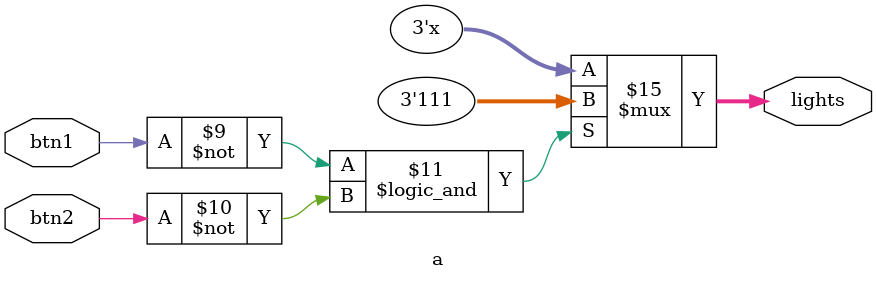
<source format=v>
module a ( 
    input btn1,                     //butonları input ve ledleri output olarak verdim.
    input btn2,    
    output reg [2:0] lights);       //led için 3 bit tutan bir oluşturdum.

    reg [1:0] count = 2'b00;     // count adında, register türünde 2 bit tutan bir sayıcı oluşturdum ve ilk değeri "0".
    initial begin
        lights = 3'b111;         //initial blokları içinde led'in ilk değerini verdim ve başlangıçta yanmayacak.
    end
    
    always @ (btn1 | btn2) begin                //sensitivity listte butonları tetikleyici olarak verdim.
        if((btn1 == 0) && (btn2 == 1))begin     
            count <= count + 1;                 // sadece "A" butonuna basıldığında sayıcının değeri "1" artacak.
        end
        if( (btn2 == 0) && (btn1 == 1)) begin      // sadece "B" butonuna basıldığında sayıcının değerine göre belirtilen renkte led yanacak.
            case (count)
                2'b01: begin
                    lights = 3'b110;
                end
                2'b10: begin
                    lights = 3'b101;
                end
                2'b11: begin
                    lights = 3'b011;
                end
            endcase
        end
        if ((btn1 == 0) && (btn2 == 0)) begin           //eğer iki butona da basılmışsa sayıcı sıfırlanacak ve led sönecek.
             count <= 2'b00;
             lights = 3'b111;
        end
            
    end

endmodule
    

</source>
